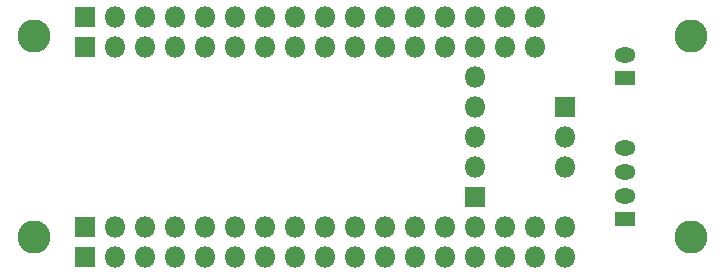
<source format=gts>
G04 #@! TF.GenerationSoftware,KiCad,Pcbnew,(5.0.0-rc2-dev-444-g2974a2c10)*
G04 #@! TF.CreationDate,2019-04-27T15:19:08-07:00*
G04 #@! TF.ProjectId,ItsyBitsy breadboad,49747379426974737920627265616462,v01*
G04 #@! TF.SameCoordinates,Original*
G04 #@! TF.FileFunction,Soldermask,Top*
G04 #@! TF.FilePolarity,Negative*
%FSLAX46Y46*%
G04 Gerber Fmt 4.6, Leading zero omitted, Abs format (unit mm)*
G04 Created by KiCad (PCBNEW (5.0.0-rc2-dev-444-g2974a2c10)) date 04/27/19 15:19:08*
%MOMM*%
%LPD*%
G01*
G04 APERTURE LIST*
%ADD10R,1.801600X1.801600*%
%ADD11O,1.801600X1.801600*%
%ADD12C,2.801600*%
%ADD13R,1.801600X1.301600*%
%ADD14O,1.801600X1.301600*%
G04 APERTURE END LIST*
D10*
X111760000Y-115570000D03*
D11*
X114300000Y-115570000D03*
X116840000Y-115570000D03*
X119380000Y-115570000D03*
X121920000Y-115570000D03*
X124460000Y-115570000D03*
X127000000Y-115570000D03*
X129540000Y-115570000D03*
X132080000Y-115570000D03*
X134620000Y-115570000D03*
X137160000Y-115570000D03*
X139700000Y-115570000D03*
X142240000Y-115570000D03*
X144780000Y-115570000D03*
X147320000Y-115570000D03*
X149860000Y-115570000D03*
X152400000Y-115570000D03*
D10*
X111760000Y-100330000D03*
D11*
X114300000Y-100330000D03*
X116840000Y-100330000D03*
X119380000Y-100330000D03*
X121920000Y-100330000D03*
X124460000Y-100330000D03*
X127000000Y-100330000D03*
X129540000Y-100330000D03*
X132080000Y-100330000D03*
X134620000Y-100330000D03*
X137160000Y-100330000D03*
X139700000Y-100330000D03*
X142240000Y-100330000D03*
X144780000Y-100330000D03*
X147320000Y-100330000D03*
X149860000Y-100330000D03*
D12*
X107442000Y-99441000D03*
X107442000Y-116459000D03*
X163068000Y-116459000D03*
D13*
X157480000Y-114935000D03*
D14*
X157480000Y-112935000D03*
X157480000Y-110935000D03*
X157480000Y-108935000D03*
D13*
X157480000Y-102997000D03*
D14*
X157480000Y-100997000D03*
D11*
X152400000Y-110490000D03*
X152400000Y-107950000D03*
D10*
X152400000Y-105410000D03*
D11*
X144780000Y-102870000D03*
X144780000Y-105410000D03*
X144780000Y-107950000D03*
X144780000Y-110490000D03*
D10*
X144780000Y-113030000D03*
D12*
X163068000Y-99441000D03*
D11*
X152400000Y-118110000D03*
X149860000Y-118110000D03*
X147320000Y-118110000D03*
X144780000Y-118110000D03*
X142240000Y-118110000D03*
X139700000Y-118110000D03*
X137160000Y-118110000D03*
X134620000Y-118110000D03*
X132080000Y-118110000D03*
X129540000Y-118110000D03*
X127000000Y-118110000D03*
X124460000Y-118110000D03*
X121920000Y-118110000D03*
X119380000Y-118110000D03*
X116840000Y-118110000D03*
X114300000Y-118110000D03*
D10*
X111760000Y-118110000D03*
D11*
X149860000Y-97790000D03*
X147320000Y-97790000D03*
X144780000Y-97790000D03*
X142240000Y-97790000D03*
X139700000Y-97790000D03*
X137160000Y-97790000D03*
X134620000Y-97790000D03*
X132080000Y-97790000D03*
X129540000Y-97790000D03*
X127000000Y-97790000D03*
X124460000Y-97790000D03*
X121920000Y-97790000D03*
X119380000Y-97790000D03*
X116840000Y-97790000D03*
X114300000Y-97790000D03*
D10*
X111760000Y-97790000D03*
M02*

</source>
